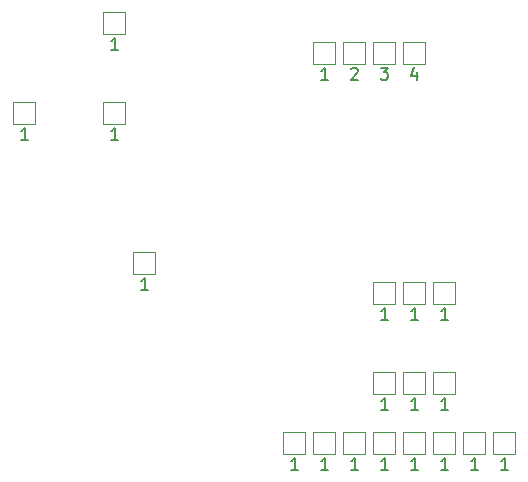
<source format=gbr>
%TF.GenerationSoftware,KiCad,Pcbnew,7.0.7*%
%TF.CreationDate,2023-12-05T07:46:16-07:00*%
%TF.ProjectId,kicad,6b696361-642e-46b6-9963-61645f706362,rev?*%
%TF.SameCoordinates,Original*%
%TF.FileFunction,Legend,Top*%
%TF.FilePolarity,Positive*%
%FSLAX46Y46*%
G04 Gerber Fmt 4.6, Leading zero omitted, Abs format (unit mm)*
G04 Created by KiCad (PCBNEW 7.0.7) date 2023-12-05 07:46:16*
%MOMM*%
%LPD*%
G01*
G04 APERTURE LIST*
%ADD10C,0.150000*%
%ADD11C,0.120000*%
G04 APERTURE END LIST*
D10*
X134905714Y-121634819D02*
X134334286Y-121634819D01*
X134620000Y-121634819D02*
X134620000Y-120634819D01*
X134620000Y-120634819D02*
X134524762Y-120777676D01*
X134524762Y-120777676D02*
X134429524Y-120872914D01*
X134429524Y-120872914D02*
X134334286Y-120920533D01*
X139985714Y-108934819D02*
X139414286Y-108934819D01*
X139700000Y-108934819D02*
X139700000Y-107934819D01*
X139700000Y-107934819D02*
X139604762Y-108077676D01*
X139604762Y-108077676D02*
X139509524Y-108172914D01*
X139509524Y-108172914D02*
X139414286Y-108220533D01*
X145065714Y-121634819D02*
X144494286Y-121634819D01*
X144780000Y-121634819D02*
X144780000Y-120634819D01*
X144780000Y-120634819D02*
X144684762Y-120777676D01*
X144684762Y-120777676D02*
X144589524Y-120872914D01*
X144589524Y-120872914D02*
X144494286Y-120920533D01*
X109505714Y-93694819D02*
X108934286Y-93694819D01*
X109220000Y-93694819D02*
X109220000Y-92694819D01*
X109220000Y-92694819D02*
X109124762Y-92837676D01*
X109124762Y-92837676D02*
X109029524Y-92932914D01*
X109029524Y-92932914D02*
X108934286Y-92980533D01*
X132365714Y-121634819D02*
X131794286Y-121634819D01*
X132080000Y-121634819D02*
X132080000Y-120634819D01*
X132080000Y-120634819D02*
X131984762Y-120777676D01*
X131984762Y-120777676D02*
X131889524Y-120872914D01*
X131889524Y-120872914D02*
X131794286Y-120920533D01*
X139985714Y-121634819D02*
X139414286Y-121634819D01*
X139700000Y-121634819D02*
X139700000Y-120634819D01*
X139700000Y-120634819D02*
X139604762Y-120777676D01*
X139604762Y-120777676D02*
X139509524Y-120872914D01*
X139509524Y-120872914D02*
X139414286Y-120920533D01*
X147605714Y-121634819D02*
X147034286Y-121634819D01*
X147320000Y-121634819D02*
X147320000Y-120634819D01*
X147320000Y-120634819D02*
X147224762Y-120777676D01*
X147224762Y-120777676D02*
X147129524Y-120872914D01*
X147129524Y-120872914D02*
X147034286Y-120920533D01*
X134905714Y-88614819D02*
X134334286Y-88614819D01*
X134620000Y-88614819D02*
X134620000Y-87614819D01*
X134620000Y-87614819D02*
X134524762Y-87757676D01*
X134524762Y-87757676D02*
X134429524Y-87852914D01*
X134429524Y-87852914D02*
X134334286Y-87900533D01*
X150145714Y-121634819D02*
X149574286Y-121634819D01*
X149860000Y-121634819D02*
X149860000Y-120634819D01*
X149860000Y-120634819D02*
X149764762Y-120777676D01*
X149764762Y-120777676D02*
X149669524Y-120872914D01*
X149669524Y-120872914D02*
X149574286Y-120920533D01*
X145065714Y-108934819D02*
X144494286Y-108934819D01*
X144780000Y-108934819D02*
X144780000Y-107934819D01*
X144780000Y-107934819D02*
X144684762Y-108077676D01*
X144684762Y-108077676D02*
X144589524Y-108172914D01*
X144589524Y-108172914D02*
X144494286Y-108220533D01*
X137445714Y-121634819D02*
X136874286Y-121634819D01*
X137160000Y-121634819D02*
X137160000Y-120634819D01*
X137160000Y-120634819D02*
X137064762Y-120777676D01*
X137064762Y-120777676D02*
X136969524Y-120872914D01*
X136969524Y-120872914D02*
X136874286Y-120920533D01*
X142430476Y-87948152D02*
X142430476Y-88614819D01*
X142192381Y-87567200D02*
X141954286Y-88281485D01*
X141954286Y-88281485D02*
X142573333Y-88281485D01*
X142525714Y-108934819D02*
X141954286Y-108934819D01*
X142240000Y-108934819D02*
X142240000Y-107934819D01*
X142240000Y-107934819D02*
X142144762Y-108077676D01*
X142144762Y-108077676D02*
X142049524Y-108172914D01*
X142049524Y-108172914D02*
X141954286Y-108220533D01*
X142525714Y-121634819D02*
X141954286Y-121634819D01*
X142240000Y-121634819D02*
X142240000Y-120634819D01*
X142240000Y-120634819D02*
X142144762Y-120777676D01*
X142144762Y-120777676D02*
X142049524Y-120872914D01*
X142049524Y-120872914D02*
X141954286Y-120920533D01*
X117125714Y-86074819D02*
X116554286Y-86074819D01*
X116840000Y-86074819D02*
X116840000Y-85074819D01*
X116840000Y-85074819D02*
X116744762Y-85217676D01*
X116744762Y-85217676D02*
X116649524Y-85312914D01*
X116649524Y-85312914D02*
X116554286Y-85360533D01*
X139366667Y-87614819D02*
X139985714Y-87614819D01*
X139985714Y-87614819D02*
X139652381Y-87995771D01*
X139652381Y-87995771D02*
X139795238Y-87995771D01*
X139795238Y-87995771D02*
X139890476Y-88043390D01*
X139890476Y-88043390D02*
X139938095Y-88091009D01*
X139938095Y-88091009D02*
X139985714Y-88186247D01*
X139985714Y-88186247D02*
X139985714Y-88424342D01*
X139985714Y-88424342D02*
X139938095Y-88519580D01*
X139938095Y-88519580D02*
X139890476Y-88567200D01*
X139890476Y-88567200D02*
X139795238Y-88614819D01*
X139795238Y-88614819D02*
X139509524Y-88614819D01*
X139509524Y-88614819D02*
X139414286Y-88567200D01*
X139414286Y-88567200D02*
X139366667Y-88519580D01*
X142525714Y-116554819D02*
X141954286Y-116554819D01*
X142240000Y-116554819D02*
X142240000Y-115554819D01*
X142240000Y-115554819D02*
X142144762Y-115697676D01*
X142144762Y-115697676D02*
X142049524Y-115792914D01*
X142049524Y-115792914D02*
X141954286Y-115840533D01*
X145065714Y-116554819D02*
X144494286Y-116554819D01*
X144780000Y-116554819D02*
X144780000Y-115554819D01*
X144780000Y-115554819D02*
X144684762Y-115697676D01*
X144684762Y-115697676D02*
X144589524Y-115792914D01*
X144589524Y-115792914D02*
X144494286Y-115840533D01*
X136874286Y-87710057D02*
X136921905Y-87662438D01*
X136921905Y-87662438D02*
X137017143Y-87614819D01*
X137017143Y-87614819D02*
X137255238Y-87614819D01*
X137255238Y-87614819D02*
X137350476Y-87662438D01*
X137350476Y-87662438D02*
X137398095Y-87710057D01*
X137398095Y-87710057D02*
X137445714Y-87805295D01*
X137445714Y-87805295D02*
X137445714Y-87900533D01*
X137445714Y-87900533D02*
X137398095Y-88043390D01*
X137398095Y-88043390D02*
X136826667Y-88614819D01*
X136826667Y-88614819D02*
X137445714Y-88614819D01*
X139985714Y-116554819D02*
X139414286Y-116554819D01*
X139700000Y-116554819D02*
X139700000Y-115554819D01*
X139700000Y-115554819D02*
X139604762Y-115697676D01*
X139604762Y-115697676D02*
X139509524Y-115792914D01*
X139509524Y-115792914D02*
X139414286Y-115840533D01*
X119665714Y-106394819D02*
X119094286Y-106394819D01*
X119380000Y-106394819D02*
X119380000Y-105394819D01*
X119380000Y-105394819D02*
X119284762Y-105537676D01*
X119284762Y-105537676D02*
X119189524Y-105632914D01*
X119189524Y-105632914D02*
X119094286Y-105680533D01*
X117125714Y-93694819D02*
X116554286Y-93694819D01*
X116840000Y-93694819D02*
X116840000Y-92694819D01*
X116840000Y-92694819D02*
X116744762Y-92837676D01*
X116744762Y-92837676D02*
X116649524Y-92932914D01*
X116649524Y-92932914D02*
X116554286Y-92980533D01*
D11*
%TO.C,1*%
X133670000Y-118430000D02*
X133670000Y-120330000D01*
X133670000Y-120330000D02*
X135520000Y-120330000D01*
X135520000Y-118430000D02*
X133670000Y-118430000D01*
X135520000Y-118480000D02*
X135520000Y-118430000D01*
X135520000Y-120330000D02*
X135520000Y-118480000D01*
X138750000Y-105730000D02*
X138750000Y-107630000D01*
X138750000Y-107630000D02*
X140600000Y-107630000D01*
X140600000Y-105730000D02*
X138750000Y-105730000D01*
X140600000Y-105780000D02*
X140600000Y-105730000D01*
X140600000Y-107630000D02*
X140600000Y-105780000D01*
X143830000Y-118430000D02*
X143830000Y-120330000D01*
X143830000Y-120330000D02*
X145680000Y-120330000D01*
X145680000Y-118430000D02*
X143830000Y-118430000D01*
X145680000Y-118480000D02*
X145680000Y-118430000D01*
X145680000Y-120330000D02*
X145680000Y-118480000D01*
X108270000Y-90490000D02*
X108270000Y-92390000D01*
X108270000Y-92390000D02*
X110120000Y-92390000D01*
X110120000Y-90490000D02*
X108270000Y-90490000D01*
X110120000Y-90540000D02*
X110120000Y-90490000D01*
X110120000Y-92390000D02*
X110120000Y-90540000D01*
X131130000Y-118430000D02*
X131130000Y-120330000D01*
X131130000Y-120330000D02*
X132980000Y-120330000D01*
X132980000Y-118430000D02*
X131130000Y-118430000D01*
X132980000Y-118480000D02*
X132980000Y-118430000D01*
X132980000Y-120330000D02*
X132980000Y-118480000D01*
X138750000Y-118430000D02*
X138750000Y-120330000D01*
X138750000Y-120330000D02*
X140600000Y-120330000D01*
X140600000Y-118430000D02*
X138750000Y-118430000D01*
X140600000Y-118480000D02*
X140600000Y-118430000D01*
X140600000Y-120330000D02*
X140600000Y-118480000D01*
X146370000Y-118430000D02*
X146370000Y-120330000D01*
X146370000Y-120330000D02*
X148220000Y-120330000D01*
X148220000Y-118430000D02*
X146370000Y-118430000D01*
X148220000Y-118480000D02*
X148220000Y-118430000D01*
X148220000Y-120330000D02*
X148220000Y-118480000D01*
X133670000Y-85410000D02*
X133670000Y-87310000D01*
X133670000Y-87310000D02*
X135520000Y-87310000D01*
X135520000Y-85410000D02*
X133670000Y-85410000D01*
X135520000Y-85460000D02*
X135520000Y-85410000D01*
X135520000Y-87310000D02*
X135520000Y-85460000D01*
X148910000Y-118430000D02*
X148910000Y-120330000D01*
X148910000Y-120330000D02*
X150760000Y-120330000D01*
X150760000Y-118430000D02*
X148910000Y-118430000D01*
X150760000Y-118480000D02*
X150760000Y-118430000D01*
X150760000Y-120330000D02*
X150760000Y-118480000D01*
X143830000Y-105730000D02*
X143830000Y-107630000D01*
X143830000Y-107630000D02*
X145680000Y-107630000D01*
X145680000Y-105730000D02*
X143830000Y-105730000D01*
X145680000Y-105780000D02*
X145680000Y-105730000D01*
X145680000Y-107630000D02*
X145680000Y-105780000D01*
X136210000Y-118430000D02*
X136210000Y-120330000D01*
X136210000Y-120330000D02*
X138060000Y-120330000D01*
X138060000Y-118430000D02*
X136210000Y-118430000D01*
X138060000Y-118480000D02*
X138060000Y-118430000D01*
X138060000Y-120330000D02*
X138060000Y-118480000D01*
%TO.C,4*%
X141290000Y-85410000D02*
X141290000Y-87310000D01*
X141290000Y-87310000D02*
X143140000Y-87310000D01*
X143140000Y-85410000D02*
X141290000Y-85410000D01*
X143140000Y-85460000D02*
X143140000Y-85410000D01*
X143140000Y-87310000D02*
X143140000Y-85460000D01*
%TO.C,1*%
X141290000Y-105730000D02*
X141290000Y-107630000D01*
X141290000Y-107630000D02*
X143140000Y-107630000D01*
X143140000Y-105730000D02*
X141290000Y-105730000D01*
X143140000Y-105780000D02*
X143140000Y-105730000D01*
X143140000Y-107630000D02*
X143140000Y-105780000D01*
X141290000Y-118430000D02*
X141290000Y-120330000D01*
X141290000Y-120330000D02*
X143140000Y-120330000D01*
X143140000Y-118430000D02*
X141290000Y-118430000D01*
X143140000Y-118480000D02*
X143140000Y-118430000D01*
X143140000Y-120330000D02*
X143140000Y-118480000D01*
X115890000Y-82870000D02*
X115890000Y-84770000D01*
X115890000Y-84770000D02*
X117740000Y-84770000D01*
X117740000Y-82870000D02*
X115890000Y-82870000D01*
X117740000Y-82920000D02*
X117740000Y-82870000D01*
X117740000Y-84770000D02*
X117740000Y-82920000D01*
%TO.C,3*%
X138750000Y-85410000D02*
X138750000Y-87310000D01*
X138750000Y-87310000D02*
X140600000Y-87310000D01*
X140600000Y-85410000D02*
X138750000Y-85410000D01*
X140600000Y-85460000D02*
X140600000Y-85410000D01*
X140600000Y-87310000D02*
X140600000Y-85460000D01*
%TO.C,1*%
X141290000Y-113350000D02*
X141290000Y-115250000D01*
X141290000Y-115250000D02*
X143140000Y-115250000D01*
X143140000Y-113350000D02*
X141290000Y-113350000D01*
X143140000Y-113400000D02*
X143140000Y-113350000D01*
X143140000Y-115250000D02*
X143140000Y-113400000D01*
X143830000Y-113350000D02*
X143830000Y-115250000D01*
X143830000Y-115250000D02*
X145680000Y-115250000D01*
X145680000Y-113350000D02*
X143830000Y-113350000D01*
X145680000Y-113400000D02*
X145680000Y-113350000D01*
X145680000Y-115250000D02*
X145680000Y-113400000D01*
%TO.C,2*%
X136210000Y-85410000D02*
X136210000Y-87310000D01*
X136210000Y-87310000D02*
X138060000Y-87310000D01*
X138060000Y-85410000D02*
X136210000Y-85410000D01*
X138060000Y-85460000D02*
X138060000Y-85410000D01*
X138060000Y-87310000D02*
X138060000Y-85460000D01*
%TO.C,1*%
X138750000Y-113350000D02*
X138750000Y-115250000D01*
X138750000Y-115250000D02*
X140600000Y-115250000D01*
X140600000Y-113350000D02*
X138750000Y-113350000D01*
X140600000Y-113400000D02*
X140600000Y-113350000D01*
X140600000Y-115250000D02*
X140600000Y-113400000D01*
X118430000Y-103190000D02*
X118430000Y-105090000D01*
X118430000Y-105090000D02*
X120280000Y-105090000D01*
X120280000Y-103190000D02*
X118430000Y-103190000D01*
X120280000Y-103240000D02*
X120280000Y-103190000D01*
X120280000Y-105090000D02*
X120280000Y-103240000D01*
X115890000Y-90490000D02*
X115890000Y-92390000D01*
X115890000Y-92390000D02*
X117740000Y-92390000D01*
X117740000Y-90490000D02*
X115890000Y-90490000D01*
X117740000Y-90540000D02*
X117740000Y-90490000D01*
X117740000Y-92390000D02*
X117740000Y-90540000D01*
%TD*%
M02*

</source>
